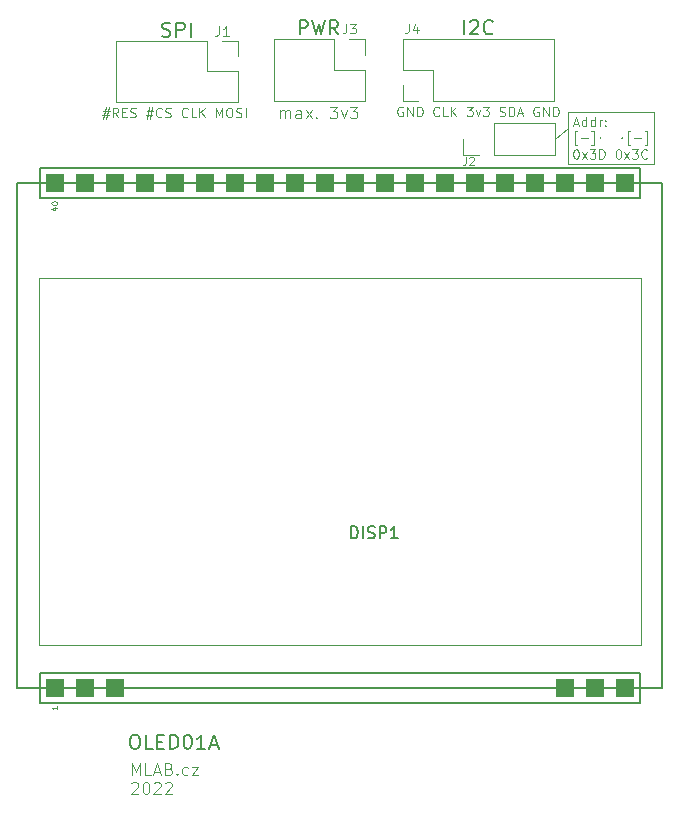
<source format=gbr>
%TF.GenerationSoftware,KiCad,Pcbnew,6.0.4-6f826c9f35~116~ubuntu20.04.1*%
%TF.CreationDate,2022-05-15T20:00:56+00:00*%
%TF.ProjectId,OLED01A,4f4c4544-3031-4412-9e6b-696361645f70,rev?*%
%TF.SameCoordinates,PX72ba1e0PY737d6e0*%
%TF.FileFunction,Legend,Top*%
%TF.FilePolarity,Positive*%
%FSLAX46Y46*%
G04 Gerber Fmt 4.6, Leading zero omitted, Abs format (unit mm)*
G04 Created by KiCad (PCBNEW 6.0.4-6f826c9f35~116~ubuntu20.04.1) date 2022-05-15 20:00:56*
%MOMM*%
%LPD*%
G01*
G04 APERTURE LIST*
%ADD10C,0.100000*%
%ADD11C,0.120000*%
%ADD12C,0.150000*%
%ADD13C,0.200000*%
%ADD14C,0.050000*%
%ADD15R,1.524000X1.524000*%
G04 APERTURE END LIST*
D10*
X44600000Y57300000D02*
X51900000Y57300000D01*
X51900000Y57300000D02*
X51900000Y52900000D01*
X51900000Y52900000D02*
X44600000Y52900000D01*
X44600000Y52900000D02*
X44600000Y57300000D01*
D11*
X44600000Y55900000D02*
X43485000Y55000000D01*
D10*
X5242857Y57371429D02*
X5814285Y57371429D01*
X5471428Y57714286D02*
X5242857Y56685715D01*
X5738095Y57028572D02*
X5166666Y57028572D01*
X5509523Y56685715D02*
X5738095Y57714286D01*
X6538095Y56838096D02*
X6271428Y57219048D01*
X6080952Y56838096D02*
X6080952Y57638096D01*
X6385714Y57638096D01*
X6461904Y57600000D01*
X6500000Y57561905D01*
X6538095Y57485715D01*
X6538095Y57371429D01*
X6500000Y57295239D01*
X6461904Y57257143D01*
X6385714Y57219048D01*
X6080952Y57219048D01*
X6880952Y57257143D02*
X7147619Y57257143D01*
X7261904Y56838096D02*
X6880952Y56838096D01*
X6880952Y57638096D01*
X7261904Y57638096D01*
X7566666Y56876191D02*
X7680952Y56838096D01*
X7871428Y56838096D01*
X7947619Y56876191D01*
X7985714Y56914286D01*
X8023809Y56990477D01*
X8023809Y57066667D01*
X7985714Y57142858D01*
X7947619Y57180953D01*
X7871428Y57219048D01*
X7719047Y57257143D01*
X7642857Y57295239D01*
X7604761Y57333334D01*
X7566666Y57409524D01*
X7566666Y57485715D01*
X7604761Y57561905D01*
X7642857Y57600000D01*
X7719047Y57638096D01*
X7909523Y57638096D01*
X8023809Y57600000D01*
X8938095Y57371429D02*
X9509523Y57371429D01*
X9166666Y57714286D02*
X8938095Y56685715D01*
X9433333Y57028572D02*
X8861904Y57028572D01*
X9204761Y56685715D02*
X9433333Y57714286D01*
X10233333Y56914286D02*
X10195238Y56876191D01*
X10080952Y56838096D01*
X10004761Y56838096D01*
X9890476Y56876191D01*
X9814285Y56952381D01*
X9776190Y57028572D01*
X9738095Y57180953D01*
X9738095Y57295239D01*
X9776190Y57447620D01*
X9814285Y57523810D01*
X9890476Y57600000D01*
X10004761Y57638096D01*
X10080952Y57638096D01*
X10195238Y57600000D01*
X10233333Y57561905D01*
X10538095Y56876191D02*
X10652380Y56838096D01*
X10842857Y56838096D01*
X10919047Y56876191D01*
X10957142Y56914286D01*
X10995238Y56990477D01*
X10995238Y57066667D01*
X10957142Y57142858D01*
X10919047Y57180953D01*
X10842857Y57219048D01*
X10690476Y57257143D01*
X10614285Y57295239D01*
X10576190Y57333334D01*
X10538095Y57409524D01*
X10538095Y57485715D01*
X10576190Y57561905D01*
X10614285Y57600000D01*
X10690476Y57638096D01*
X10880952Y57638096D01*
X10995238Y57600000D01*
X12404761Y56914286D02*
X12366666Y56876191D01*
X12252380Y56838096D01*
X12176190Y56838096D01*
X12061904Y56876191D01*
X11985714Y56952381D01*
X11947619Y57028572D01*
X11909523Y57180953D01*
X11909523Y57295239D01*
X11947619Y57447620D01*
X11985714Y57523810D01*
X12061904Y57600000D01*
X12176190Y57638096D01*
X12252380Y57638096D01*
X12366666Y57600000D01*
X12404761Y57561905D01*
X13128571Y56838096D02*
X12747619Y56838096D01*
X12747619Y57638096D01*
X13395238Y56838096D02*
X13395238Y57638096D01*
X13852380Y56838096D02*
X13509523Y57295239D01*
X13852380Y57638096D02*
X13395238Y57180953D01*
X14804761Y56838096D02*
X14804761Y57638096D01*
X15071428Y57066667D01*
X15338095Y57638096D01*
X15338095Y56838096D01*
X15871428Y57638096D02*
X16023809Y57638096D01*
X16100000Y57600000D01*
X16176190Y57523810D01*
X16214285Y57371429D01*
X16214285Y57104762D01*
X16176190Y56952381D01*
X16100000Y56876191D01*
X16023809Y56838096D01*
X15871428Y56838096D01*
X15795238Y56876191D01*
X15719047Y56952381D01*
X15680952Y57104762D01*
X15680952Y57371429D01*
X15719047Y57523810D01*
X15795238Y57600000D01*
X15871428Y57638096D01*
X16519047Y56876191D02*
X16633333Y56838096D01*
X16823809Y56838096D01*
X16900000Y56876191D01*
X16938095Y56914286D01*
X16976190Y56990477D01*
X16976190Y57066667D01*
X16938095Y57142858D01*
X16900000Y57180953D01*
X16823809Y57219048D01*
X16671428Y57257143D01*
X16595238Y57295239D01*
X16557142Y57333334D01*
X16519047Y57409524D01*
X16519047Y57485715D01*
X16557142Y57561905D01*
X16595238Y57600000D01*
X16671428Y57638096D01*
X16861904Y57638096D01*
X16976190Y57600000D01*
X17319047Y56838096D02*
X17319047Y57638096D01*
D12*
X10271428Y63714286D02*
X10442857Y63657143D01*
X10728571Y63657143D01*
X10842857Y63714286D01*
X10900000Y63771429D01*
X10957142Y63885715D01*
X10957142Y64000000D01*
X10900000Y64114286D01*
X10842857Y64171429D01*
X10728571Y64228572D01*
X10500000Y64285715D01*
X10385714Y64342858D01*
X10328571Y64400000D01*
X10271428Y64514286D01*
X10271428Y64628572D01*
X10328571Y64742858D01*
X10385714Y64800000D01*
X10500000Y64857143D01*
X10785714Y64857143D01*
X10957142Y64800000D01*
X11471428Y63657143D02*
X11471428Y64857143D01*
X11928571Y64857143D01*
X12042857Y64800000D01*
X12100000Y64742858D01*
X12157142Y64628572D01*
X12157142Y64457143D01*
X12100000Y64342858D01*
X12042857Y64285715D01*
X11928571Y64228572D01*
X11471428Y64228572D01*
X12671428Y63657143D02*
X12671428Y64857143D01*
D10*
X45266666Y54138096D02*
X45342857Y54138096D01*
X45419047Y54100000D01*
X45457142Y54061905D01*
X45495238Y53985715D01*
X45533333Y53833334D01*
X45533333Y53642858D01*
X45495238Y53490477D01*
X45457142Y53414286D01*
X45419047Y53376191D01*
X45342857Y53338096D01*
X45266666Y53338096D01*
X45190476Y53376191D01*
X45152380Y53414286D01*
X45114285Y53490477D01*
X45076190Y53642858D01*
X45076190Y53833334D01*
X45114285Y53985715D01*
X45152380Y54061905D01*
X45190476Y54100000D01*
X45266666Y54138096D01*
X45800000Y53338096D02*
X46219047Y53871429D01*
X45800000Y53871429D02*
X46219047Y53338096D01*
X46447619Y54138096D02*
X46942857Y54138096D01*
X46676190Y53833334D01*
X46790476Y53833334D01*
X46866666Y53795239D01*
X46904761Y53757143D01*
X46942857Y53680953D01*
X46942857Y53490477D01*
X46904761Y53414286D01*
X46866666Y53376191D01*
X46790476Y53338096D01*
X46561904Y53338096D01*
X46485714Y53376191D01*
X46447619Y53414286D01*
X47285714Y53338096D02*
X47285714Y54138096D01*
X47476190Y54138096D01*
X47590476Y54100000D01*
X47666666Y54023810D01*
X47704761Y53947620D01*
X47742857Y53795239D01*
X47742857Y53680953D01*
X47704761Y53528572D01*
X47666666Y53452381D01*
X47590476Y53376191D01*
X47476190Y53338096D01*
X47285714Y53338096D01*
X48847619Y54138096D02*
X48923809Y54138096D01*
X49000000Y54100000D01*
X49038095Y54061905D01*
X49076190Y53985715D01*
X49114285Y53833334D01*
X49114285Y53642858D01*
X49076190Y53490477D01*
X49038095Y53414286D01*
X49000000Y53376191D01*
X48923809Y53338096D01*
X48847619Y53338096D01*
X48771428Y53376191D01*
X48733333Y53414286D01*
X48695238Y53490477D01*
X48657142Y53642858D01*
X48657142Y53833334D01*
X48695238Y53985715D01*
X48733333Y54061905D01*
X48771428Y54100000D01*
X48847619Y54138096D01*
X49380952Y53338096D02*
X49800000Y53871429D01*
X49380952Y53871429D02*
X49800000Y53338096D01*
X50028571Y54138096D02*
X50523809Y54138096D01*
X50257142Y53833334D01*
X50371428Y53833334D01*
X50447619Y53795239D01*
X50485714Y53757143D01*
X50523809Y53680953D01*
X50523809Y53490477D01*
X50485714Y53414286D01*
X50447619Y53376191D01*
X50371428Y53338096D01*
X50142857Y53338096D01*
X50066666Y53376191D01*
X50028571Y53414286D01*
X51323809Y53414286D02*
X51285714Y53376191D01*
X51171428Y53338096D01*
X51095238Y53338096D01*
X50980952Y53376191D01*
X50904761Y53452381D01*
X50866666Y53528572D01*
X50828571Y53680953D01*
X50828571Y53795239D01*
X50866666Y53947620D01*
X50904761Y54023810D01*
X50980952Y54100000D01*
X51095238Y54138096D01*
X51171428Y54138096D01*
X51285714Y54100000D01*
X51323809Y54061905D01*
X7703095Y1152620D02*
X7703095Y2152620D01*
X8036428Y1438334D01*
X8369761Y2152620D01*
X8369761Y1152620D01*
X9322142Y1152620D02*
X8845952Y1152620D01*
X8845952Y2152620D01*
X9607857Y1438334D02*
X10084047Y1438334D01*
X9512619Y1152620D02*
X9845952Y2152620D01*
X10179285Y1152620D01*
X10845952Y1676429D02*
X10988809Y1628810D01*
X11036428Y1581191D01*
X11084047Y1485953D01*
X11084047Y1343096D01*
X11036428Y1247858D01*
X10988809Y1200239D01*
X10893571Y1152620D01*
X10512619Y1152620D01*
X10512619Y2152620D01*
X10845952Y2152620D01*
X10941190Y2105000D01*
X10988809Y2057381D01*
X11036428Y1962143D01*
X11036428Y1866905D01*
X10988809Y1771667D01*
X10941190Y1724048D01*
X10845952Y1676429D01*
X10512619Y1676429D01*
X11512619Y1247858D02*
X11560238Y1200239D01*
X11512619Y1152620D01*
X11465000Y1200239D01*
X11512619Y1247858D01*
X11512619Y1152620D01*
X12417380Y1200239D02*
X12322142Y1152620D01*
X12131666Y1152620D01*
X12036428Y1200239D01*
X11988809Y1247858D01*
X11941190Y1343096D01*
X11941190Y1628810D01*
X11988809Y1724048D01*
X12036428Y1771667D01*
X12131666Y1819286D01*
X12322142Y1819286D01*
X12417380Y1771667D01*
X12750714Y1819286D02*
X13274523Y1819286D01*
X12750714Y1152620D01*
X13274523Y1152620D01*
X7655476Y447381D02*
X7703095Y495000D01*
X7798333Y542620D01*
X8036428Y542620D01*
X8131666Y495000D01*
X8179285Y447381D01*
X8226904Y352143D01*
X8226904Y256905D01*
X8179285Y114048D01*
X7607857Y-457380D01*
X8226904Y-457380D01*
X8845952Y542620D02*
X8941190Y542620D01*
X9036428Y495000D01*
X9084047Y447381D01*
X9131666Y352143D01*
X9179285Y161667D01*
X9179285Y-76428D01*
X9131666Y-266904D01*
X9084047Y-362142D01*
X9036428Y-409761D01*
X8941190Y-457380D01*
X8845952Y-457380D01*
X8750714Y-409761D01*
X8703095Y-362142D01*
X8655476Y-266904D01*
X8607857Y-76428D01*
X8607857Y161667D01*
X8655476Y352143D01*
X8703095Y447381D01*
X8750714Y495000D01*
X8845952Y542620D01*
X9560238Y447381D02*
X9607857Y495000D01*
X9703095Y542620D01*
X9941190Y542620D01*
X10036428Y495000D01*
X10084047Y447381D01*
X10131666Y352143D01*
X10131666Y256905D01*
X10084047Y114048D01*
X9512619Y-457380D01*
X10131666Y-457380D01*
X10512619Y447381D02*
X10560238Y495000D01*
X10655476Y542620D01*
X10893571Y542620D01*
X10988809Y495000D01*
X11036428Y447381D01*
X11084047Y352143D01*
X11084047Y256905D01*
X11036428Y114048D01*
X10465000Y-457380D01*
X11084047Y-457380D01*
X30638095Y57700000D02*
X30561904Y57738096D01*
X30447619Y57738096D01*
X30333333Y57700000D01*
X30257142Y57623810D01*
X30219047Y57547620D01*
X30180952Y57395239D01*
X30180952Y57280953D01*
X30219047Y57128572D01*
X30257142Y57052381D01*
X30333333Y56976191D01*
X30447619Y56938096D01*
X30523809Y56938096D01*
X30638095Y56976191D01*
X30676190Y57014286D01*
X30676190Y57280953D01*
X30523809Y57280953D01*
X31019047Y56938096D02*
X31019047Y57738096D01*
X31476190Y56938096D01*
X31476190Y57738096D01*
X31857142Y56938096D02*
X31857142Y57738096D01*
X32047619Y57738096D01*
X32161904Y57700000D01*
X32238095Y57623810D01*
X32276190Y57547620D01*
X32314285Y57395239D01*
X32314285Y57280953D01*
X32276190Y57128572D01*
X32238095Y57052381D01*
X32161904Y56976191D01*
X32047619Y56938096D01*
X31857142Y56938096D01*
X33723809Y57014286D02*
X33685714Y56976191D01*
X33571428Y56938096D01*
X33495238Y56938096D01*
X33380952Y56976191D01*
X33304761Y57052381D01*
X33266666Y57128572D01*
X33228571Y57280953D01*
X33228571Y57395239D01*
X33266666Y57547620D01*
X33304761Y57623810D01*
X33380952Y57700000D01*
X33495238Y57738096D01*
X33571428Y57738096D01*
X33685714Y57700000D01*
X33723809Y57661905D01*
X34447619Y56938096D02*
X34066666Y56938096D01*
X34066666Y57738096D01*
X34714285Y56938096D02*
X34714285Y57738096D01*
X35171428Y56938096D02*
X34828571Y57395239D01*
X35171428Y57738096D02*
X34714285Y57280953D01*
X36047619Y57738096D02*
X36542857Y57738096D01*
X36276190Y57433334D01*
X36390476Y57433334D01*
X36466666Y57395239D01*
X36504761Y57357143D01*
X36542857Y57280953D01*
X36542857Y57090477D01*
X36504761Y57014286D01*
X36466666Y56976191D01*
X36390476Y56938096D01*
X36161904Y56938096D01*
X36085714Y56976191D01*
X36047619Y57014286D01*
X36809523Y57471429D02*
X37000000Y56938096D01*
X37190476Y57471429D01*
X37419047Y57738096D02*
X37914285Y57738096D01*
X37647619Y57433334D01*
X37761904Y57433334D01*
X37838095Y57395239D01*
X37876190Y57357143D01*
X37914285Y57280953D01*
X37914285Y57090477D01*
X37876190Y57014286D01*
X37838095Y56976191D01*
X37761904Y56938096D01*
X37533333Y56938096D01*
X37457142Y56976191D01*
X37419047Y57014286D01*
X38828571Y56976191D02*
X38942857Y56938096D01*
X39133333Y56938096D01*
X39209523Y56976191D01*
X39247619Y57014286D01*
X39285714Y57090477D01*
X39285714Y57166667D01*
X39247619Y57242858D01*
X39209523Y57280953D01*
X39133333Y57319048D01*
X38980952Y57357143D01*
X38904761Y57395239D01*
X38866666Y57433334D01*
X38828571Y57509524D01*
X38828571Y57585715D01*
X38866666Y57661905D01*
X38904761Y57700000D01*
X38980952Y57738096D01*
X39171428Y57738096D01*
X39285714Y57700000D01*
X39628571Y56938096D02*
X39628571Y57738096D01*
X39819047Y57738096D01*
X39933333Y57700000D01*
X40009523Y57623810D01*
X40047619Y57547620D01*
X40085714Y57395239D01*
X40085714Y57280953D01*
X40047619Y57128572D01*
X40009523Y57052381D01*
X39933333Y56976191D01*
X39819047Y56938096D01*
X39628571Y56938096D01*
X40390476Y57166667D02*
X40771428Y57166667D01*
X40314285Y56938096D02*
X40580952Y57738096D01*
X40847619Y56938096D01*
X42142857Y57700000D02*
X42066666Y57738096D01*
X41952380Y57738096D01*
X41838095Y57700000D01*
X41761904Y57623810D01*
X41723809Y57547620D01*
X41685714Y57395239D01*
X41685714Y57280953D01*
X41723809Y57128572D01*
X41761904Y57052381D01*
X41838095Y56976191D01*
X41952380Y56938096D01*
X42028571Y56938096D01*
X42142857Y56976191D01*
X42180952Y57014286D01*
X42180952Y57280953D01*
X42028571Y57280953D01*
X42523809Y56938096D02*
X42523809Y57738096D01*
X42980952Y56938096D01*
X42980952Y57738096D01*
X43361904Y56938096D02*
X43361904Y57738096D01*
X43552380Y57738096D01*
X43666666Y57700000D01*
X43742857Y57623810D01*
X43780952Y57547620D01*
X43819047Y57395239D01*
X43819047Y57280953D01*
X43780952Y57128572D01*
X43742857Y57052381D01*
X43666666Y56976191D01*
X43552380Y56938096D01*
X43361904Y56938096D01*
D13*
X7844285Y4557143D02*
X8072857Y4557143D01*
X8187142Y4500000D01*
X8301428Y4385715D01*
X8358571Y4157143D01*
X8358571Y3757143D01*
X8301428Y3528572D01*
X8187142Y3414286D01*
X8072857Y3357143D01*
X7844285Y3357143D01*
X7730000Y3414286D01*
X7615714Y3528572D01*
X7558571Y3757143D01*
X7558571Y4157143D01*
X7615714Y4385715D01*
X7730000Y4500000D01*
X7844285Y4557143D01*
X9444285Y3357143D02*
X8872857Y3357143D01*
X8872857Y4557143D01*
X9844285Y3985715D02*
X10244285Y3985715D01*
X10415714Y3357143D02*
X9844285Y3357143D01*
X9844285Y4557143D01*
X10415714Y4557143D01*
X10930000Y3357143D02*
X10930000Y4557143D01*
X11215714Y4557143D01*
X11387142Y4500000D01*
X11501428Y4385715D01*
X11558571Y4271429D01*
X11615714Y4042858D01*
X11615714Y3871429D01*
X11558571Y3642858D01*
X11501428Y3528572D01*
X11387142Y3414286D01*
X11215714Y3357143D01*
X10930000Y3357143D01*
X12358571Y4557143D02*
X12472857Y4557143D01*
X12587142Y4500000D01*
X12644285Y4442858D01*
X12701428Y4328572D01*
X12758571Y4100000D01*
X12758571Y3814286D01*
X12701428Y3585715D01*
X12644285Y3471429D01*
X12587142Y3414286D01*
X12472857Y3357143D01*
X12358571Y3357143D01*
X12244285Y3414286D01*
X12187142Y3471429D01*
X12130000Y3585715D01*
X12072857Y3814286D01*
X12072857Y4100000D01*
X12130000Y4328572D01*
X12187142Y4442858D01*
X12244285Y4500000D01*
X12358571Y4557143D01*
X13901428Y3357143D02*
X13215714Y3357143D01*
X13558571Y3357143D02*
X13558571Y4557143D01*
X13444285Y4385715D01*
X13330000Y4271429D01*
X13215714Y4214286D01*
X14358571Y3700000D02*
X14930000Y3700000D01*
X14244285Y3357143D02*
X14644285Y4557143D01*
X15044285Y3357143D01*
D12*
X35828571Y63857143D02*
X35828571Y65057143D01*
X36342857Y64942858D02*
X36400000Y65000000D01*
X36514285Y65057143D01*
X36800000Y65057143D01*
X36914285Y65000000D01*
X36971428Y64942858D01*
X37028571Y64828572D01*
X37028571Y64714286D01*
X36971428Y64542858D01*
X36285714Y63857143D01*
X37028571Y63857143D01*
X38228571Y63971429D02*
X38171428Y63914286D01*
X38000000Y63857143D01*
X37885714Y63857143D01*
X37714285Y63914286D01*
X37600000Y64028572D01*
X37542857Y64142858D01*
X37485714Y64371429D01*
X37485714Y64542858D01*
X37542857Y64771429D01*
X37600000Y64885715D01*
X37714285Y65000000D01*
X37885714Y65057143D01*
X38000000Y65057143D01*
X38171428Y65000000D01*
X38228571Y64942858D01*
D10*
X20261904Y56747620D02*
X20261904Y57414286D01*
X20261904Y57319048D02*
X20309523Y57366667D01*
X20404761Y57414286D01*
X20547619Y57414286D01*
X20642857Y57366667D01*
X20690476Y57271429D01*
X20690476Y56747620D01*
X20690476Y57271429D02*
X20738095Y57366667D01*
X20833333Y57414286D01*
X20976190Y57414286D01*
X21071428Y57366667D01*
X21119047Y57271429D01*
X21119047Y56747620D01*
X22023809Y56747620D02*
X22023809Y57271429D01*
X21976190Y57366667D01*
X21880952Y57414286D01*
X21690476Y57414286D01*
X21595238Y57366667D01*
X22023809Y56795239D02*
X21928571Y56747620D01*
X21690476Y56747620D01*
X21595238Y56795239D01*
X21547619Y56890477D01*
X21547619Y56985715D01*
X21595238Y57080953D01*
X21690476Y57128572D01*
X21928571Y57128572D01*
X22023809Y57176191D01*
X22404761Y56747620D02*
X22928571Y57414286D01*
X22404761Y57414286D02*
X22928571Y56747620D01*
X23309523Y56842858D02*
X23357142Y56795239D01*
X23309523Y56747620D01*
X23261904Y56795239D01*
X23309523Y56842858D01*
X23309523Y56747620D01*
X24452380Y57747620D02*
X25071428Y57747620D01*
X24738095Y57366667D01*
X24880952Y57366667D01*
X24976190Y57319048D01*
X25023809Y57271429D01*
X25071428Y57176191D01*
X25071428Y56938096D01*
X25023809Y56842858D01*
X24976190Y56795239D01*
X24880952Y56747620D01*
X24595238Y56747620D01*
X24500000Y56795239D01*
X24452380Y56842858D01*
X25404761Y57414286D02*
X25642857Y56747620D01*
X25880952Y57414286D01*
X26166666Y57747620D02*
X26785714Y57747620D01*
X26452380Y57366667D01*
X26595238Y57366667D01*
X26690476Y57319048D01*
X26738095Y57271429D01*
X26785714Y57176191D01*
X26785714Y56938096D01*
X26738095Y56842858D01*
X26690476Y56795239D01*
X26595238Y56747620D01*
X26309523Y56747620D01*
X26214285Y56795239D01*
X26166666Y56842858D01*
X45117380Y56310667D02*
X45498333Y56310667D01*
X45041190Y56082096D02*
X45307857Y56882096D01*
X45574523Y56082096D01*
X46184047Y56082096D02*
X46184047Y56882096D01*
X46184047Y56120191D02*
X46107857Y56082096D01*
X45955476Y56082096D01*
X45879285Y56120191D01*
X45841190Y56158286D01*
X45803095Y56234477D01*
X45803095Y56463048D01*
X45841190Y56539239D01*
X45879285Y56577334D01*
X45955476Y56615429D01*
X46107857Y56615429D01*
X46184047Y56577334D01*
X46907857Y56082096D02*
X46907857Y56882096D01*
X46907857Y56120191D02*
X46831666Y56082096D01*
X46679285Y56082096D01*
X46603095Y56120191D01*
X46565000Y56158286D01*
X46526904Y56234477D01*
X46526904Y56463048D01*
X46565000Y56539239D01*
X46603095Y56577334D01*
X46679285Y56615429D01*
X46831666Y56615429D01*
X46907857Y56577334D01*
X47288809Y56082096D02*
X47288809Y56615429D01*
X47288809Y56463048D02*
X47326904Y56539239D01*
X47365000Y56577334D01*
X47441190Y56615429D01*
X47517380Y56615429D01*
X47784047Y56158286D02*
X47822142Y56120191D01*
X47784047Y56082096D01*
X47745952Y56120191D01*
X47784047Y56158286D01*
X47784047Y56082096D01*
X47784047Y56577334D02*
X47822142Y56539239D01*
X47784047Y56501143D01*
X47745952Y56539239D01*
X47784047Y56577334D01*
X47784047Y56501143D01*
X45384047Y54527429D02*
X45193571Y54527429D01*
X45193571Y55670286D01*
X45384047Y55670286D01*
X45688809Y55098858D02*
X46298333Y55098858D01*
X46603095Y54527429D02*
X46793571Y54527429D01*
X46793571Y55670286D01*
X46603095Y55670286D01*
X47326904Y55136953D02*
X47288809Y55098858D01*
X47326904Y55060762D01*
X47365000Y55098858D01*
X47326904Y55136953D01*
X47326904Y55060762D01*
X49155476Y55136953D02*
X49117380Y55098858D01*
X49155476Y55060762D01*
X49193571Y55098858D01*
X49155476Y55136953D01*
X49155476Y55060762D01*
X49879285Y54527429D02*
X49688809Y54527429D01*
X49688809Y55670286D01*
X49879285Y55670286D01*
X50184047Y55098858D02*
X50793571Y55098858D01*
X51098333Y54527429D02*
X51288809Y54527429D01*
X51288809Y55670286D01*
X51098333Y55670286D01*
D12*
X21900000Y63857143D02*
X21900000Y65057143D01*
X22357142Y65057143D01*
X22471428Y65000000D01*
X22528571Y64942858D01*
X22585714Y64828572D01*
X22585714Y64657143D01*
X22528571Y64542858D01*
X22471428Y64485715D01*
X22357142Y64428572D01*
X21900000Y64428572D01*
X22985714Y65057143D02*
X23271428Y63857143D01*
X23500000Y64714286D01*
X23728571Y63857143D01*
X24014285Y65057143D01*
X25157142Y63857143D02*
X24757142Y64428572D01*
X24471428Y63857143D02*
X24471428Y65057143D01*
X24928571Y65057143D01*
X25042857Y65000000D01*
X25100000Y64942858D01*
X25157142Y64828572D01*
X25157142Y64657143D01*
X25100000Y64542858D01*
X25042857Y64485715D01*
X24928571Y64428572D01*
X24471428Y64428572D01*
D10*
%TO.C,J4*%
X31133333Y64738096D02*
X31133333Y64166667D01*
X31095238Y64052381D01*
X31019047Y63976191D01*
X30904761Y63938096D01*
X30828571Y63938096D01*
X31857142Y64471429D02*
X31857142Y63938096D01*
X31666666Y64776191D02*
X31476190Y64204762D01*
X31971428Y64204762D01*
%TO.C,J2*%
X35966666Y53483334D02*
X35966666Y52983334D01*
X35933333Y52883334D01*
X35866666Y52816667D01*
X35766666Y52783334D01*
X35700000Y52783334D01*
X36266666Y53416667D02*
X36300000Y53450000D01*
X36366666Y53483334D01*
X36533333Y53483334D01*
X36600000Y53450000D01*
X36633333Y53416667D01*
X36666666Y53350000D01*
X36666666Y53283334D01*
X36633333Y53183334D01*
X36233333Y52783334D01*
X36666666Y52783334D01*
%TO.C,J1*%
X15078333Y64538096D02*
X15078333Y63966667D01*
X15040238Y63852381D01*
X14964047Y63776191D01*
X14849761Y63738096D01*
X14773571Y63738096D01*
X15878333Y63738096D02*
X15421190Y63738096D01*
X15649761Y63738096D02*
X15649761Y64538096D01*
X15573571Y64423810D01*
X15497380Y64347620D01*
X15421190Y64309524D01*
D12*
%TO.C,DISP1*%
X26247619Y21197620D02*
X26247619Y22197620D01*
X26485714Y22197620D01*
X26628571Y22150000D01*
X26723809Y22054762D01*
X26771428Y21959524D01*
X26819047Y21769048D01*
X26819047Y21626191D01*
X26771428Y21435715D01*
X26723809Y21340477D01*
X26628571Y21245239D01*
X26485714Y21197620D01*
X26247619Y21197620D01*
X27247619Y21197620D02*
X27247619Y22197620D01*
X27676190Y21245239D02*
X27819047Y21197620D01*
X28057142Y21197620D01*
X28152380Y21245239D01*
X28200000Y21292858D01*
X28247619Y21388096D01*
X28247619Y21483334D01*
X28200000Y21578572D01*
X28152380Y21626191D01*
X28057142Y21673810D01*
X27866666Y21721429D01*
X27771428Y21769048D01*
X27723809Y21816667D01*
X27676190Y21911905D01*
X27676190Y22007143D01*
X27723809Y22102381D01*
X27771428Y22150000D01*
X27866666Y22197620D01*
X28104761Y22197620D01*
X28247619Y22150000D01*
X28676190Y21197620D02*
X28676190Y22197620D01*
X29057142Y22197620D01*
X29152380Y22150000D01*
X29200000Y22102381D01*
X29247619Y22007143D01*
X29247619Y21864286D01*
X29200000Y21769048D01*
X29152380Y21721429D01*
X29057142Y21673810D01*
X28676190Y21673810D01*
X30200000Y21197620D02*
X29628571Y21197620D01*
X29914285Y21197620D02*
X29914285Y22197620D01*
X29819047Y22054762D01*
X29723809Y21959524D01*
X29628571Y21911905D01*
D14*
X1396190Y6991858D02*
X1396190Y6706143D01*
X1396190Y6849000D02*
X896190Y6849000D01*
X967619Y6801381D01*
X1015238Y6753762D01*
X1039047Y6706143D01*
X1052857Y49187143D02*
X1386190Y49187143D01*
X862380Y49068096D02*
X1219523Y48949048D01*
X1219523Y49258572D01*
X886190Y49544286D02*
X886190Y49591905D01*
X910000Y49639524D01*
X933809Y49663334D01*
X981428Y49687143D01*
X1076666Y49710953D01*
X1195714Y49710953D01*
X1290952Y49687143D01*
X1338571Y49663334D01*
X1362380Y49639524D01*
X1386190Y49591905D01*
X1386190Y49544286D01*
X1362380Y49496667D01*
X1338571Y49472858D01*
X1290952Y49449048D01*
X1195714Y49425239D01*
X1076666Y49425239D01*
X981428Y49449048D01*
X933809Y49472858D01*
X910000Y49496667D01*
X886190Y49544286D01*
D10*
%TO.C,J3*%
X25833333Y64738096D02*
X25833333Y64166667D01*
X25795238Y64052381D01*
X25719047Y63976191D01*
X25604761Y63938096D01*
X25528571Y63938096D01*
X26138095Y64738096D02*
X26633333Y64738096D01*
X26366666Y64433334D01*
X26480952Y64433334D01*
X26557142Y64395239D01*
X26595238Y64357143D01*
X26633333Y64280953D01*
X26633333Y64090477D01*
X26595238Y64014286D01*
X26557142Y63976191D01*
X26480952Y63938096D01*
X26252380Y63938096D01*
X26176190Y63976191D01*
X26138095Y64014286D01*
D11*
%TO.C,J4*%
X30620000Y63445000D02*
X43440000Y63445000D01*
X30620000Y58245000D02*
X30620000Y59575000D01*
X43440000Y58245000D02*
X43440000Y63445000D01*
X31950000Y58245000D02*
X30620000Y58245000D01*
X33220000Y58245000D02*
X43440000Y58245000D01*
X33220000Y60845000D02*
X30620000Y60845000D01*
X33220000Y58245000D02*
X33220000Y60845000D01*
X30620000Y60845000D02*
X30620000Y63445000D01*
%TO.C,J2*%
X37075000Y53670000D02*
X35745000Y53670000D01*
X35745000Y53670000D02*
X35745000Y55000000D01*
X38345000Y53670000D02*
X38345000Y56330000D01*
X38345000Y53670000D02*
X43485000Y53670000D01*
X38345000Y56330000D02*
X43485000Y56330000D01*
X43485000Y53670000D02*
X43485000Y56330000D01*
%TO.C,J1*%
X14050000Y60730000D02*
X16650000Y60730000D01*
X16650000Y60730000D02*
X16650000Y58130000D01*
X16650000Y58130000D02*
X6370000Y58130000D01*
X15320000Y63330000D02*
X16650000Y63330000D01*
X14050000Y63330000D02*
X14050000Y60730000D01*
X16650000Y63330000D02*
X16650000Y62000000D01*
X6370000Y63330000D02*
X6370000Y58130000D01*
X14050000Y63330000D02*
X6370000Y63330000D01*
D12*
%TO.C,DISP1*%
X-100000Y9770000D02*
X50700000Y9770000D01*
X50690000Y52570000D02*
X50690000Y50030000D01*
X50700000Y9770000D02*
X50700000Y7230000D01*
X50690000Y50030000D02*
X-110000Y50030000D01*
X50700000Y7230000D02*
X-100000Y7230000D01*
X-100000Y7230000D02*
X-100000Y9770000D01*
X-110000Y50030000D02*
X-110000Y52570000D01*
X-110000Y52570000D02*
X50690000Y52570000D01*
D11*
X-200000Y43200000D02*
X50800000Y43200000D01*
X50800000Y43200000D02*
X50800000Y12200000D01*
X50800000Y12200000D02*
X-200000Y12200000D01*
X-200000Y12200000D02*
X-200000Y43200000D01*
D13*
X-2000000Y51300000D02*
X52600000Y51300000D01*
X52600000Y51300000D02*
X52600000Y8500000D01*
X52600000Y8500000D02*
X-2000000Y8500000D01*
X-2000000Y8500000D02*
X-2000000Y51300000D01*
D11*
X-200000Y43200000D02*
X50800000Y43200000D01*
X50800000Y43200000D02*
X50800000Y12200000D01*
X50800000Y12200000D02*
X-200000Y12200000D01*
X-200000Y12200000D02*
X-200000Y43200000D01*
D13*
X-2000000Y51300000D02*
X52600000Y51300000D01*
X52600000Y51300000D02*
X52600000Y8500000D01*
X52600000Y8500000D02*
X-2000000Y8500000D01*
X-2000000Y8500000D02*
X-2000000Y51300000D01*
D11*
%TO.C,J3*%
X24830000Y63430000D02*
X24830000Y60830000D01*
X27430000Y60830000D02*
X27430000Y58230000D01*
X19690000Y63430000D02*
X19690000Y58230000D01*
X27430000Y58230000D02*
X19690000Y58230000D01*
X24830000Y63430000D02*
X19690000Y63430000D01*
X24830000Y60830000D02*
X27430000Y60830000D01*
X26100000Y63430000D02*
X27430000Y63430000D01*
X27430000Y63430000D02*
X27430000Y62100000D01*
%TD*%
D15*
%TO.C,DISP1*%
X1170000Y8500000D03*
X3710000Y8500000D03*
X6250000Y8500000D03*
X44350000Y8500000D03*
X46890000Y8500000D03*
X49430000Y8500000D03*
X49420000Y51300000D03*
X46880000Y51300000D03*
X44340000Y51300000D03*
X41800000Y51300000D03*
X39260000Y51300000D03*
X36720000Y51300000D03*
X34180000Y51300000D03*
X31640000Y51300000D03*
X29100000Y51300000D03*
X26560000Y51300000D03*
X24020000Y51300000D03*
X21480000Y51300000D03*
X18940000Y51300000D03*
X16400000Y51300000D03*
X13860000Y51300000D03*
X11320000Y51300000D03*
X8780000Y51300000D03*
X6240000Y51300000D03*
X3700000Y51300000D03*
X1160000Y51300000D03*
%TD*%
M02*

</source>
